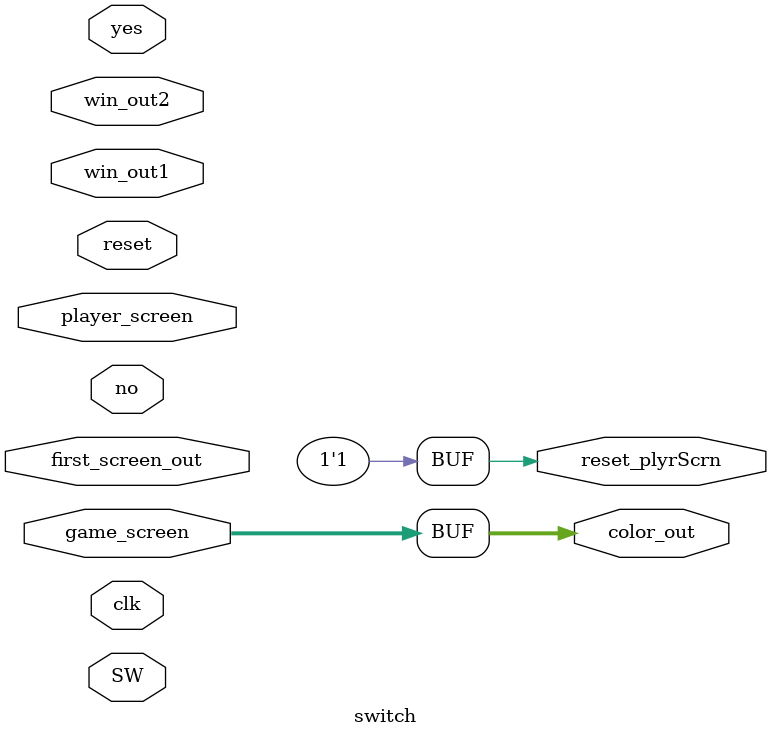
<source format=v>
module switch(clk,first_screen_out,game_screen,reset,player_screen,no,yes,win_out1,win_out2,reset_plyrScrn,color_out,SW);
input clk,reset;
input [11:0]first_screen_out;
input [11:0]game_screen;
input [1:0]player_screen;
input no,yes;
input [11:0]win_out1;
input [11:0]win_out2;
output reg [11:0]color_out;
output reg reset_plyrScrn;
input [1:0]SW;
reg [1:0]screen_out;
initial
begin
	reset_plyrScrn=1'b1;
end
/*always@(posedge clk)
begin
	if(reset)
		color_out<=first_screen_out;
	
	else if(player_screen==2'b1)
		color_out<=win_out1;
	else if(player_screen==2'b10)
		color_out<=win_out2;
	else if(SW[1]) 
		color_out<=game_screen;
	else if (SW[0])
		color_out<=first_screen_out;
	
	
end*/
always@(*)
begin
	color_out<=game_screen;
end
endmodule

</source>
